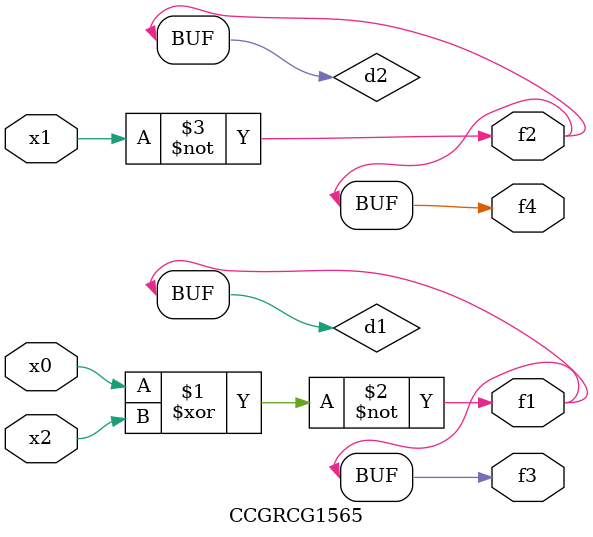
<source format=v>
module CCGRCG1565(
	input x0, x1, x2,
	output f1, f2, f3, f4
);

	wire d1, d2, d3;

	xnor (d1, x0, x2);
	nand (d2, x1);
	nor (d3, x1, x2);
	assign f1 = d1;
	assign f2 = d2;
	assign f3 = d1;
	assign f4 = d2;
endmodule

</source>
